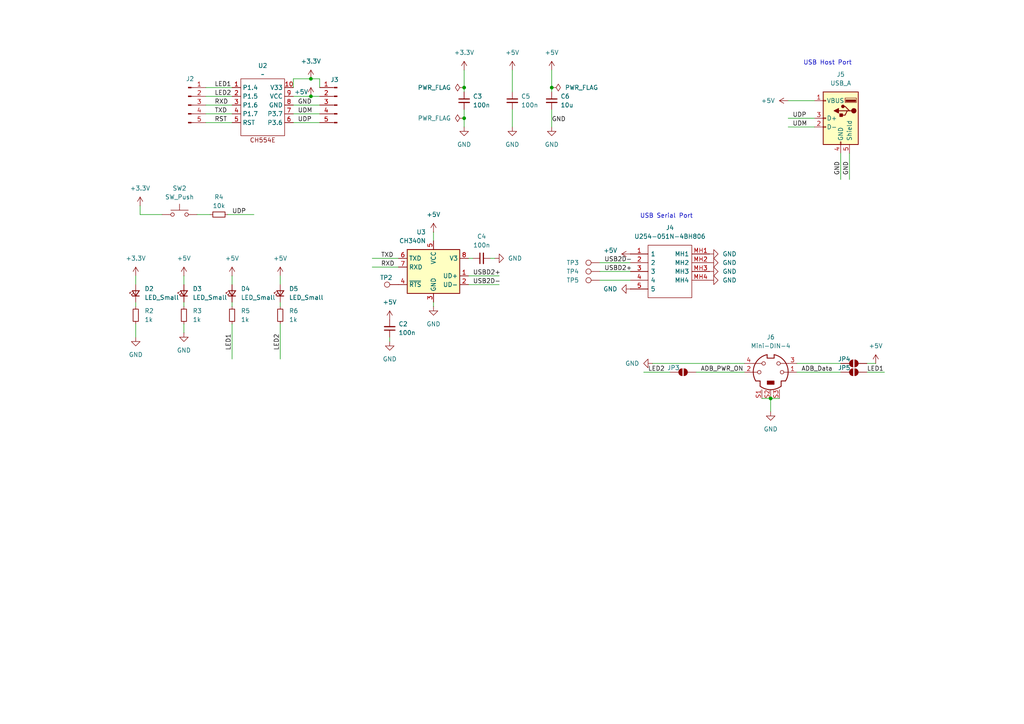
<source format=kicad_sch>
(kicad_sch (version 20231120) (generator "eeschema") (generator_version "8.0")
  (paper "A4")
  (lib_symbols
    (symbol "Connector:Conn_01x05_Pin" (pin_names (offset 1.016) hide)
      (property "Reference" "J" (at 0 7.62 0))
      (property "Value" "Conn_01x05_Pin" (at 0 -7.62 0))
      (symbol "Conn_01x05_Pin_1_1"
        (polyline (pts (xy 1.27 -5.08) (xy 0.8636 -5.08)) (stroke (width 0.1524)))
        (polyline (pts (xy 1.27 -2.54) (xy 0.8636 -2.54)) (stroke (width 0.1524)))
        (polyline (pts (xy 1.27 0) (xy 0.8636 0)) (stroke (width 0.1524)))
        (polyline (pts (xy 1.27 2.54) (xy 0.8636 2.54)) (stroke (width 0.1524)))
        (polyline (pts (xy 1.27 5.08) (xy 0.8636 5.08)) (stroke (width 0.1524)))
        (rectangle (start 0.8636 -4.953) (end 0 -5.207) (stroke (width 0.1524)) (fill (type outline)))
        (rectangle (start 0.8636 -2.413) (end 0 -2.667) (stroke (width 0.1524)) (fill (type outline)))
        (rectangle (start 0.8636 0.127) (end 0 -0.127) (stroke (width 0.1524)) (fill (type outline)))
        (rectangle (start 0.8636 2.667) (end 0 2.413) (stroke (width 0.1524)) (fill (type outline)))
        (rectangle (start 0.8636 5.207) (end 0 4.953) (stroke (width 0.1524)) (fill (type outline)))
        (pin passive line (at 5.08 5.08 180) (length 3.81) (name "Pin_1") (number "1"))
        (pin passive line (at 5.08 2.54 180) (length 3.81) (name "Pin_2") (number "2"))
        (pin passive line (at 5.08 0 180) (length 3.81) (name "Pin_3") (number "3"))
        (pin passive line (at 5.08 -2.54 180) (length 3.81) (name "Pin_4") (number "4"))
        (pin passive line (at 5.08 -5.08 180) (length 3.81) (name "Pin_5") (number "5"))
      )
    )
    (symbol "Connector:Mini-DIN-4" (pin_names (offset 1.016))
      (property "Reference" "J6" (at 0.0177 10.16 0))
      (property "Value" "Mini-DIN-4" (at 0.0177 7.62 0))
      (symbol "Mini-DIN-4_0_1"
        (circle (center -3.302 0) (radius 0.508))
        (arc (start -3.048 -4.064) (mid 0 -5.08) (end 3.048 -4.064) (stroke (width 0.254)))
        (circle (center -2.032 2.54) (radius 0.508))
        (rectangle (start -1.016 -2.54) (end 1.016 -3.556) (fill (type outline)))
        (arc (start -1.016 5.08) (mid -4.6228 2.1214) (end -4.318 -2.54) (stroke (width 0.254)))
        (polyline (pts (xy -3.81 0) (xy -5.08 0)))
        (polyline (pts (xy -2.54 2.54) (xy -5.08 2.54)))
        (polyline (pts (xy 2.794 2.54) (xy 5.08 2.54)))
        (polyline (pts (xy 5.08 0) (xy 3.81 0)))
        (polyline (pts (xy -4.318 -2.54) (xy -3.048 -2.54) (xy -3.048 -4.064)) (stroke (width 0.254)))
        (polyline (pts (xy 4.318 -2.54) (xy 3.048 -2.54) (xy 3.048 -4.064)) (stroke (width 0.254)))
        (polyline (pts (xy -1.016 5.08) (xy -1.016 4.064) (xy 1.016 4.064) (xy 1.016 5.08)) (stroke (width 0.254)))
        (circle (center 2.286 2.54) (radius 0.508))
        (circle (center 3.302 0) (radius 0.508))
        (arc (start 4.318 -2.54) (mid 4.6661 2.1322) (end 1.016 5.08) (stroke (width 0.254)))
      )
      (symbol "Mini-DIN-4_1_0"
        (pin passive line (at 0 -7.62 90) (length 2.54) (name "") (number "S2"))
        (pin passive line (at 2.54 -7.62 90) (length 2.54) (name "") (number "S3"))
      )
      (symbol "Mini-DIN-4_1_1"
        (pin passive line (at 7.62 0 180) (length 2.54) (name "~") (number "1"))
        (pin passive line (at -7.62 0 0) (length 2.54) (name "~") (number "2"))
        (pin passive line (at 7.62 2.54 180) (length 2.54) (name "~") (number "3"))
        (pin passive line (at -7.62 2.54 0) (length 2.54) (name "~") (number "4"))
        (pin passive line (at -2.54 -7.62 90) (length 2.54) (name "") (number "S1"))
      )
    )
    (symbol "Connector:TestPoint" (pin_numbers hide) (pin_names (offset 0.762) hide)
      (property "Reference" "TP" (at 0 6.858 0))
      (property "Value" "TestPoint" (at 0 5.08 0))
      (symbol "TestPoint_0_1"
        (circle (center 0 3.302) (radius 0.762))
      )
      (symbol "TestPoint_1_1"
        (pin passive line (at 0 0 90) (length 2.54) (name "1") (number "1"))
      )
    )
    (symbol "Connector:USB_A" (pin_names (offset 1.016))
      (property "Reference" "J" (at -5.08 11.43 0))
      (property "Value" "USB_A" (at -5.08 8.89 0))
      (symbol "USB_A_0_1"
        (rectangle (start -5.08 -7.62) (end 5.08 7.62) (stroke (width 0.254)) (fill (type background)))
        (circle (center -3.81 2.159) (radius 0.635) (stroke (width 0.254)) (fill (type outline)))
        (rectangle (start -1.524 4.826) (end -4.318 5.334) (fill (type outline)))
        (rectangle (start -1.27 4.572) (end -4.572 5.842))
        (circle (center -0.635 3.429) (radius 0.381) (stroke (width 0.254)) (fill (type outline)))
        (rectangle (start -0.127 -7.62) (end 0.127 -6.858))
        (polyline (pts (xy -3.175 2.159) (xy -2.54 2.159) (xy -1.27 3.429) (xy -0.635 3.429)) (stroke (width 0.254)))
        (polyline (pts (xy -2.54 2.159) (xy -1.905 2.159) (xy -1.27 0.889) (xy 0 0.889)) (stroke (width 0.254)))
        (polyline (pts (xy 0.635 2.794) (xy 0.635 1.524) (xy 1.905 2.159) (xy 0.635 2.794)) (stroke (width 0.254)) (fill (type outline)))
        (rectangle (start 0.254 1.27) (end -0.508 0.508) (stroke (width 0.254)) (fill (type outline)))
        (rectangle (start 5.08 -2.667) (end 4.318 -2.413))
        (rectangle (start 5.08 -0.127) (end 4.318 0.127))
        (rectangle (start 5.08 4.953) (end 4.318 5.207))
      )
      (symbol "USB_A_1_1"
        (polyline (pts (xy -1.905 2.159) (xy 0.635 2.159)) (stroke (width 0.254)))
        (pin power_in line (at 7.62 5.08 180) (length 2.54) (name "VBUS") (number "1"))
        (pin bidirectional line (at 7.62 -2.54 180) (length 2.54) (name "D-") (number "2"))
        (pin bidirectional line (at 7.62 0 180) (length 2.54) (name "D+") (number "3"))
        (pin power_in line (at 0 -10.16 90) (length 2.54) (name "GND") (number "4"))
        (pin passive line (at -2.54 -10.16 90) (length 2.54) (name "Shield") (number "5"))
      )
    )
    (symbol "Device:C_Small" (pin_numbers hide) (pin_names (offset 0.254) hide)
      (property "Reference" "C" (at 0.254 1.778 0))
      (property "Value" "C_Small" (at 0.254 -2.032 0))
      (symbol "C_Small_0_1"
        (polyline (pts (xy -1.524 -0.508) (xy 1.524 -0.508)) (stroke (width 0.3302)))
        (polyline (pts (xy -1.524 0.508) (xy 1.524 0.508)) (stroke (width 0.3048)))
      )
      (symbol "C_Small_1_1"
        (pin passive line (at 0 2.54 270) (length 2.032) (name "~") (number "1"))
        (pin passive line (at 0 -2.54 90) (length 2.032) (name "~") (number "2"))
      )
    )
    (symbol "Device:LED_Small" (pin_numbers hide) (pin_names (offset 0.254) hide)
      (property "Reference" "D" (at -1.27 3.175 0))
      (property "Value" "LED_Small" (at -4.445 -2.54 0))
      (symbol "LED_Small_0_1"
        (polyline (pts (xy -0.762 -1.016) (xy -0.762 1.016)) (stroke (width 0.254)))
        (polyline (pts (xy 1.016 0) (xy -0.762 0)))
        (polyline (pts (xy 0.762 -1.016) (xy -0.762 0) (xy 0.762 1.016) (xy 0.762 -1.016)) (stroke (width 0.254)))
        (polyline (pts (xy 0 0.762) (xy -0.508 1.27) (xy -0.254 1.27) (xy -0.508 1.27) (xy -0.508 1.016)))
        (polyline (pts (xy 0.508 1.27) (xy 0 1.778) (xy 0.254 1.778) (xy 0 1.778) (xy 0 1.524)))
      )
      (symbol "LED_Small_1_1"
        (pin passive line (at -2.54 0 0) (length 1.778) (name "K") (number "1"))
        (pin passive line (at 2.54 0 180) (length 1.778) (name "A") (number "2"))
      )
    )
    (symbol "Device:R_Small" (pin_numbers hide) (pin_names (offset 0.254) hide)
      (property "Reference" "R" (at 0.762 0.508 0))
      (property "Value" "R_Small" (at 0.762 -1.016 0))
      (symbol "R_Small_0_1"
        (rectangle (start -0.762 1.778) (end 0.762 -1.778) (stroke (width 0.2032)))
      )
      (symbol "R_Small_1_1"
        (pin passive line (at 0 2.54 270) (length 0.762) (name "~") (number "1"))
        (pin passive line (at 0 -2.54 90) (length 0.762) (name "~") (number "2"))
      )
    )
    (symbol "Interface_USB:CH340N"
      (property "Reference" "U" (at -7.62 6.35 0))
      (property "Value" "CH340N" (at 7.62 6.35 0))
      (symbol "CH340N_0_1"
        (rectangle (start -7.62 5.08) (end 7.62 -7.62) (stroke (width 0.254)) (fill (type background)))
      )
      (symbol "CH340N_1_1"
        (pin bidirectional line (at -10.16 -2.54 0) (length 2.54) (name "UD+") (number "1"))
        (pin bidirectional line (at -10.16 -5.08 0) (length 2.54) (name "UD-") (number "2"))
        (pin power_in line (at 0 -10.16 90) (length 2.54) (name "GND") (number "3"))
        (pin output line (at 10.16 -5.08 180) (length 2.54) (name "~{RTS}") (number "4"))
        (pin power_in line (at 0 7.62 270) (length 2.54) (name "VCC") (number "5"))
        (pin output line (at 10.16 2.54 180) (length 2.54) (name "TXD") (number "6"))
        (pin input line (at 10.16 0 180) (length 2.54) (name "RXD") (number "7"))
        (pin passive line (at -10.16 2.54 0) (length 2.54) (name "V3") (number "8"))
      )
    )
    (symbol "Jumper:SolderJumper_2_Open" (pin_numbers hide) (pin_names (offset 0) hide) (exclude_from_sim yes) (in_bom no)
      (property "Reference" "JP" (at 0 2.032 0))
      (property "Value" "SolderJumper_2_Open" (at 0 -2.54 0))
      (symbol "SolderJumper_2_Open_0_1"
        (arc (start -0.254 1.016) (mid -1.2656 0) (end -0.254 -1.016))
        (arc (start -0.254 1.016) (mid -1.2656 0) (end -0.254 -1.016) (fill (type outline)))
        (polyline (pts (xy -0.254 1.016) (xy -0.254 -1.016)))
        (polyline (pts (xy 0.254 1.016) (xy 0.254 -1.016)))
        (arc (start 0.254 -1.016) (mid 1.2656 0) (end 0.254 1.016))
        (arc (start 0.254 -1.016) (mid 1.2656 0) (end 0.254 1.016) (fill (type outline)))
      )
      (symbol "SolderJumper_2_Open_1_1"
        (pin passive line (at -3.81 0 0) (length 2.54) (name "A") (number "1"))
        (pin passive line (at 3.81 0 180) (length 2.54) (name "B") (number "2"))
      )
    )
    (symbol "SamacSys_Parts:U254-051N-4BH806" (pin_names (offset 0.762))
      (property "Reference" "J" (at 19.05 7.62 0))
      (property "Value" "U254-051N-4BH806" (at 19.05 5.08 0))
      (symbol "U254-051N-4BH806_0_0"
        (pin passive line (at 0 0 0) (length 5.08) (name "1") (number "1"))
        (pin passive line (at 0 -2.54 0) (length 5.08) (name "2") (number "2"))
        (pin passive line (at 0 -5.08 0) (length 5.08) (name "3") (number "3"))
        (pin passive line (at 0 -7.62 0) (length 5.08) (name "4") (number "4"))
        (pin passive line (at 0 -10.16 0) (length 5.08) (name "5") (number "5"))
        (pin passive line (at 22.86 0 180) (length 5.08) (name "MH1") (number "MH1"))
        (pin passive line (at 22.86 -2.54 180) (length 5.08) (name "MH2") (number "MH2"))
        (pin passive line (at 22.86 -5.08 180) (length 5.08) (name "MH3") (number "MH3"))
        (pin passive line (at 22.86 -7.62 180) (length 5.08) (name "MH4") (number "MH4"))
      )
      (symbol "U254-051N-4BH806_0_1"
        (polyline (pts (xy 5.08 2.54) (xy 17.78 2.54) (xy 17.78 -12.7) (xy 5.08 -12.7) (xy 5.08 2.54)) (stroke (width 0.1524)))
      )
    )
    (symbol "Switch:SW_Push" (pin_numbers hide) (pin_names (offset 1.016) hide)
      (property "Reference" "SW" (at 1.27 2.54 0))
      (property "Value" "SW_Push" (at 0 -1.524 0))
      (symbol "SW_Push_0_1"
        (circle (center -2.032 0) (radius 0.508))
        (polyline (pts (xy 0 1.27) (xy 0 3.048)))
        (polyline (pts (xy 2.54 1.27) (xy -2.54 1.27)))
        (circle (center 2.032 0) (radius 0.508))
        (pin passive line (at -5.08 0 0) (length 2.54) (name "1") (number "1"))
        (pin passive line (at 5.08 0 180) (length 2.54) (name "2") (number "2"))
      )
    )
    (symbol "ch554_lib:CH554E"
      (property "Reference" "U" (at -4.572 8.636 0))
      (symbol "CH554E_0_1"
        (rectangle (start -6.35 7.62) (end 6.35 -8.89))
      )
      (symbol "CH554E_1_1"
        (text "CH554E" (at 0 -10.16 0) (effects (font (size 1.27 1.27))))
        (pin bidirectional line (at -8.89 5.08 0) (length 2.54) (name "P1.4") (number "1"))
        (pin power_in line (at 8.89 5.08 180) (length 2.54) (name "V33") (number "10"))
        (pin bidirectional line (at -8.89 2.54 0) (length 2.54) (name "P1.5") (number "2"))
        (pin bidirectional line (at -8.89 0 0) (length 2.54) (name "P1.6") (number "3"))
        (pin bidirectional line (at -8.89 -2.54 0) (length 2.54) (name "P1.7") (number "4"))
        (pin input line (at -8.89 -5.08 0) (length 2.54) (name "RST") (number "5"))
        (pin bidirectional line (at 8.89 -5.08 180) (length 2.54) (name "P3.6") (number "6"))
        (pin bidirectional line (at 8.89 -2.54 180) (length 2.54) (name "P3.7") (number "7"))
        (pin power_in line (at 8.89 0 180) (length 2.54) (name "GND") (number "8"))
        (pin power_in line (at 8.89 2.54 180) (length 2.54) (name "VCC") (number "9"))
      )
    )
    (symbol "power:+3.3V" (power) (pin_numbers hide) (pin_names (offset 0) hide)
      (property "Value" "+3.3V" (at 0 3.556 0))
      (symbol "+3.3V_0_1"
        (polyline (pts (xy -0.762 1.27) (xy 0 2.54)))
        (polyline (pts (xy 0 0) (xy 0 2.54)))
        (polyline (pts (xy 0 2.54) (xy 0.762 1.27)))
      )
      (symbol "+3.3V_1_1"
        (pin power_in line (at 0 0 90) (length 0) (name "~") (number "1"))
      )
    )
    (symbol "power:+5V" (power) (pin_numbers hide) (pin_names (offset 0) hide)
      (property "Value" "+5V" (at 0 3.556 0))
      (symbol "+5V_0_1"
        (polyline (pts (xy -0.762 1.27) (xy 0 2.54)))
        (polyline (pts (xy 0 0) (xy 0 2.54)))
        (polyline (pts (xy 0 2.54) (xy 0.762 1.27)))
      )
      (symbol "+5V_1_1"
        (pin power_in line (at 0 0 90) (length 0) (name "~") (number "1"))
      )
    )
    (symbol "power:GND" (power) (pin_numbers hide) (pin_names (offset 0) hide)
      (property "Value" "GND" (at 0 -3.81 0))
      (symbol "GND_0_1"
        (polyline (pts (xy 0 0) (xy 0 -1.27) (xy 1.27 -1.27) (xy 0 -2.54) (xy -1.27 -1.27) (xy 0 -1.27)))
      )
      (symbol "GND_1_1"
        (pin power_in line (at 0 0 270) (length 0) (name "~") (number "1"))
      )
    )
    (symbol "power:PWR_FLAG" (power) (pin_numbers hide) (pin_names (offset 0) hide)
      (property "Value" "PWR_FLAG" (at 0 3.81 0))
      (symbol "PWR_FLAG_0_0"
        (pin power_out line (at 0 0 90) (length 0) (name "~") (number "1"))
      )
      (symbol "PWR_FLAG_0_1"
        (polyline (pts (xy 0 0) (xy 0 1.27) (xy -1.016 1.905) (xy 0 2.54) (xy 1.016 1.905) (xy 0 1.27)))
      )
    )
  )
  (junction (at 90.17 22.86))
  (junction (at 223.52 115.57))
  (junction (at 90.17 27.94))
  (junction (at 134.62 34.29))
  (junction (at 160.02 25.4))
  (junction (at 134.62 25.4))
  (wire (pts (xy 107.95 74.93) (xy 115.57 74.93)))
  (wire (pts (xy 134.62 34.29) (xy 134.62 36.83)))
  (wire (pts (xy 85.09 33.02) (xy 92.71 33.02)))
  (wire (pts (xy 243.84 52.07) (xy 243.84 44.45)))
  (wire (pts (xy 39.37 93.98) (xy 39.37 97.79)))
  (wire (pts (xy 135.89 82.55) (xy 144.78 82.55)))
  (wire (pts (xy 40.64 59.69) (xy 40.64 62.23)))
  (wire (pts (xy 135.89 80.01) (xy 144.78 80.01)))
  (wire (pts (xy 81.28 87.63) (xy 81.28 88.9)))
  (wire (pts (xy 228.6 36.83) (xy 236.22 36.83)))
  (wire (pts (xy 220.98 115.57) (xy 223.52 115.57)))
  (wire (pts (xy 59.69 27.94) (xy 67.31 27.94)))
  (wire (pts (xy 160.02 31.75) (xy 160.02 36.83)))
  (wire (pts (xy 81.28 80.01) (xy 81.28 82.55)))
  (wire (pts (xy 228.6 34.29) (xy 236.22 34.29)))
  (wire (pts (xy 59.69 33.02) (xy 67.31 33.02)))
  (wire (pts (xy 223.52 115.57) (xy 223.52 119.38)))
  (wire (pts (xy 134.62 25.4) (xy 134.62 26.67)))
  (wire (pts (xy 251.46 107.95) (xy 256.54 107.95)))
  (wire (pts (xy 39.37 87.63) (xy 39.37 88.9)))
  (wire (pts (xy 66.04 62.23) (xy 73.66 62.23)))
  (wire (pts (xy 231.14 107.95) (xy 243.84 107.95)))
  (wire (pts (xy 142.24 74.93) (xy 143.51 74.93)))
  (wire (pts (xy 113.03 97.79) (xy 113.03 99.06)))
  (wire (pts (xy 173.99 81.28) (xy 182.88 81.28)))
  (wire (pts (xy 57.15 62.23) (xy 60.96 62.23)))
  (wire (pts (xy 246.38 52.07) (xy 246.38 44.45)))
  (wire (pts (xy 67.31 87.63) (xy 67.31 88.9)))
  (wire (pts (xy 186.69 107.95) (xy 194.31 107.95)))
  (wire (pts (xy 81.28 93.98) (xy 81.28 104.14)))
  (wire (pts (xy 173.99 76.2) (xy 182.88 76.2)))
  (wire (pts (xy 125.73 67.31) (xy 125.73 69.85)))
  (wire (pts (xy 53.34 93.98) (xy 53.34 96.52)))
  (wire (pts (xy 134.62 31.75) (xy 134.62 34.29)))
  (wire (pts (xy 85.09 25.4) (xy 85.09 22.86)))
  (wire (pts (xy 251.46 105.41) (xy 254 105.41)))
  (wire (pts (xy 107.95 77.47) (xy 115.57 77.47)))
  (wire (pts (xy 231.14 105.41) (xy 243.84 105.41)))
  (wire (pts (xy 85.09 27.94) (xy 90.17 27.94)))
  (wire (pts (xy 223.52 115.57) (xy 226.06 115.57)))
  (wire (pts (xy 173.99 78.74) (xy 182.88 78.74)))
  (wire (pts (xy 228.6 29.21) (xy 236.22 29.21)))
  (wire (pts (xy 160.02 25.4) (xy 160.02 26.67)))
  (wire (pts (xy 85.09 35.56) (xy 92.71 35.56)))
  (wire (pts (xy 125.73 87.63) (xy 125.73 88.9)))
  (wire (pts (xy 53.34 80.01) (xy 53.34 82.55)))
  (wire (pts (xy 39.37 80.01) (xy 39.37 82.55)))
  (wire (pts (xy 135.89 74.93) (xy 137.16 74.93)))
  (wire (pts (xy 148.59 31.75) (xy 148.59 36.83)))
  (wire (pts (xy 59.69 35.56) (xy 67.31 35.56)))
  (wire (pts (xy 92.71 25.4) (xy 92.71 22.86)))
  (wire (pts (xy 67.31 80.01) (xy 67.31 82.55)))
  (wire (pts (xy 90.17 22.86) (xy 92.71 22.86)))
  (wire (pts (xy 85.09 22.86) (xy 90.17 22.86)))
  (wire (pts (xy 59.69 25.4) (xy 67.31 25.4)))
  (wire (pts (xy 59.69 30.48) (xy 67.31 30.48)))
  (wire (pts (xy 201.93 107.95) (xy 215.9 107.95)))
  (wire (pts (xy 160.02 20.32) (xy 160.02 25.4)))
  (wire (pts (xy 53.34 87.63) (xy 53.34 88.9)))
  (wire (pts (xy 90.17 27.94) (xy 92.71 27.94)))
  (wire (pts (xy 134.62 20.32) (xy 134.62 25.4)))
  (wire (pts (xy 40.64 62.23) (xy 46.99 62.23)))
  (wire (pts (xy 67.31 93.98) (xy 67.31 104.14)))
  (wire (pts (xy 85.09 30.48) (xy 92.71 30.48)))
  (wire (pts (xy 189.23 105.41) (xy 215.9 105.41)))
  (wire (pts (xy 148.59 20.32) (xy 148.59 26.67)))
  (text "USB Host Port" (at 240.03 18.288 0) (effects (font (size 1.27 1.27))))
  (text "USB Serial Port" (at 193.294 62.738 0) (effects (font (size 1.27 1.27))))
  (label "USBD2+" (at 175.26 78.74 0))
  (label "USB2D-" (at 137.16 82.55 0))
  (label "LED2" (at 62.23 27.94 0))
  (label "RXD" (at 110.49 77.47 0))
  (label "ADB_Data" (at 232.41 107.95 0))
  (label "TXD" (at 110.49 74.93 0))
  (label "USBD2+" (at 137.16 80.01 0))
  (label "UDP" (at 229.87 34.29 0))
  (label "TXD" (at 62.23 33.02 0))
  (label "GND" (at 243.84 50.8 90))
  (label "LED2" (at 81.28 101.6 90))
  (label "UDP" (at 67.31 62.23 0))
  (label "GND" (at 160.02 35.56 0))
  (label "UDP" (at 86.36 35.56 0))
  (label "LED1" (at 251.46 107.95 0))
  (label "RXD" (at 62.23 30.48 0))
  (label "LED1" (at 62.23 25.4 0))
  (label "LED1" (at 67.31 101.6 90))
  (label "UDM" (at 229.87 36.83 0))
  (label "GND" (at 246.38 50.8 90))
  (label "USB2D-" (at 175.26 76.2 0))
  (label "GND" (at 86.36 30.48 0))
  (label "RST" (at 62.23 35.56 0))
  (label "ADB_PWR_ON" (at 203.2 107.95 0))
  (label "UDM" (at 86.36 33.02 0))
  (label "LED2" (at 187.96 107.95 0))
  (symbol (lib_id "Connector:TestPoint") (at 173.99 81.28 90) (unit 1)
    (property "Reference" "TP5" (at 166.116 81.28 90))
    (property "Value" "TestPoint" (effects (hide yes)))
    (property "Footprint" "TestPoint:TestPoint_Pad_D1.0mm" (effects (hide yes)))
    (property "Description" "test point" (effects (hide yes)))
  )
  (symbol (lib_id "Jumper:SolderJumper_2_Open") (at 198.12 107.95 0) (unit 1) (exclude_from_sim yes) (in_bom no)
    (property "Reference" "JP3" (at 195.326 106.68 0))
    (property "Value" "SolderJumper_2_Open" (effects (hide yes)))
    (property "Footprint" "Jumper:SolderJumper-2_P1.3mm_Open_RoundedPad1.0x1.5mm" (effects (hide yes)))
    (property "Description" "Solder Jumper, 2-pole, open" (effects (hide yes)))
  )
  (symbol (lib_id "power:+5V") (at 182.88 73.66 90) (unit 1)
    (property "Reference" "#PWR020" (effects (hide yes)))
    (property "Value" "+5V" (at 179.07 72.644 90) (effects (justify left)))
    (property "Description" "Power symbol creates a global label with name \"+5V\"" (effects (hide yes)))
  )
  (symbol (lib_id "power:PWR_FLAG") (at 134.62 25.4 90) (unit 1)
    (property "Reference" "#FLG02" (effects (hide yes)))
    (property "Value" "PWR_FLAG" (at 130.81 25.3999 90) (effects (justify left)))
    (property "Description" "Special symbol for telling ERC where power comes from" (effects (hide yes)))
  )
  (symbol (lib_id "Interface_USB:CH340N") (at 125.73 77.47 0) (mirror y) (unit 1)
    (property "Reference" "U3" (at 123.5359 67.31 0) (effects (justify left)))
    (property "Value" "CH340N" (at 123.5359 69.85 0) (effects (justify left)))
    (property "Footprint" "Package_SO:SOP-8_3.9x4.9mm_P1.27mm" (effects (hide yes)))
    (property "Datasheet" "https://aitendo3.sakura.ne.jp/aitendo_data/product_img/ic/inteface/CH340N/ch340n.pdf" (effects (hide yes)))
    (property "Description" "USB serial converter, 2Mbps, UART, SOP-8" (effects (hide yes)))
    (property "LCSC" "C2977777" (effects (hide yes)))
  )
  (symbol (lib_id "power:GND") (at 205.74 76.2 90) (unit 1)
    (property "Reference" "#PWR024" (effects (hide yes)))
    (property "Value" "GND" (at 209.55 76.1999 90) (effects (justify right)))
    (property "Description" "Power symbol creates a global label with name \"GND\" , ground" (effects (hide yes)))
  )
  (symbol (lib_id "power:+5V") (at 90.17 27.94 0) (unit 1)
    (property "Reference" "#PWR029" (effects (hide yes)))
    (property "Value" "+5V" (at 87.376 26.67 0))
    (property "Description" "Power symbol creates a global label with name \"+5V\"" (effects (hide yes)))
  )
  (symbol (lib_id "power:GND") (at 205.74 78.74 90) (unit 1)
    (property "Reference" "#PWR023" (effects (hide yes)))
    (property "Value" "GND" (at 209.55 78.7399 90) (effects (justify right)))
    (property "Description" "Power symbol creates a global label with name \"GND\" , ground" (effects (hide yes)))
  )
  (symbol (lib_id "power:GND") (at 143.51 74.93 90) (unit 1)
    (property "Reference" "#PWR015" (effects (hide yes)))
    (property "Value" "GND" (at 147.32 74.9299 90) (effects (justify right)))
    (property "Description" "Power symbol creates a global label with name \"GND\" , ground" (effects (hide yes)))
  )
  (symbol (lib_id "power:+5V") (at 148.59 20.32 0) (unit 1)
    (property "Reference" "#PWR016" (effects (hide yes)))
    (property "Value" "+5V" (at 148.59 15.24 0))
    (property "Description" "Power symbol creates a global label with name \"+5V\"" (effects (hide yes)))
  )
  (symbol (lib_id "Device:LED_Small") (at 53.34 85.09 90) (unit 1)
    (property "Reference" "D3" (at 55.88 83.7564 90) (effects (justify right)))
    (property "Value" "LED_Small" (at 55.88 86.2964 90) (effects (justify right)))
    (property "Footprint" "LED_SMD:LED_0603_1608Metric_Pad1.05x0.95mm_HandSolder" (effects (hide yes)))
    (property "Description" "Light emitting diode, small symbol" (effects (hide yes)))
    (property "LCSC" "C2286" (effects (hide yes)))
  )
  (symbol (lib_id "Device:R_Small") (at 67.31 91.44 0) (unit 1)
    (property "Reference" "R5" (at 69.85 90.1699 0) (effects (justify left)))
    (property "Value" "1k" (at 69.85 92.7099 0) (effects (justify left)))
    (property "Footprint" "Resistor_SMD:R_0805_2012Metric_Pad1.20x1.40mm_HandSolder" (effects (hide yes)))
    (property "Description" "Resistor, small symbol" (effects (hide yes)))
    (property "LCSC" "C17513" (effects (hide yes)))
  )
  (symbol (lib_id "Device:R_Small") (at 63.5 62.23 90) (unit 1)
    (property "Reference" "R4" (at 63.5 57.15 90))
    (property "Value" "10k" (at 63.5 59.69 90))
    (property "Footprint" "Resistor_SMD:R_0805_2012Metric_Pad1.20x1.40mm_HandSolder" (effects (hide yes)))
    (property "Description" "Resistor, small symbol" (effects (hide yes)))
    (property "LCSC" "C17414" (effects (hide yes)))
  )
  (symbol (lib_id "Jumper:SolderJumper_2_Open") (at 247.65 105.41 0) (unit 1) (exclude_from_sim yes) (in_bom no)
    (property "Reference" "JP4" (at 244.856 104.14 0))
    (property "Value" "SolderJumper_2_Open" (effects (hide yes)))
    (property "Footprint" "Jumper:SolderJumper-2_P1.3mm_Open_RoundedPad1.0x1.5mm" (effects (hide yes)))
    (property "Description" "Solder Jumper, 2-pole, open" (effects (hide yes)))
  )
  (symbol (lib_id "Connector:USB_A") (at 243.84 34.29 0) (mirror y) (unit 1)
    (property "Reference" "J5" (at 243.84 21.59 0))
    (property "Value" "USB_A" (at 243.84 24.13 0))
    (property "Footprint" "Connector_USB:USB_A_Molex_67643_Horizontal" (effects (hide yes)))
    (property "Datasheet" " ~" (effects (hide yes)))
    (property "Description" "USB Type A connector" (effects (hide yes)))
    (property "LCSC" "C2346" (effects (hide yes)))
  )
  (symbol (lib_id "Device:C_Small") (at 148.59 29.21 0) (unit 1)
    (property "Reference" "C5" (at 151.13 27.9462 0) (effects (justify left)))
    (property "Value" "100n" (at 151.13 30.4862 0) (effects (justify left)))
    (property "Footprint" "Capacitor_SMD:C_0805_2012Metric_Pad1.18x1.45mm_HandSolder" (effects (hide yes)))
    (property "Description" "Unpolarized capacitor, small symbol" (effects (hide yes)))
    (property "LCSC" "C49678" (effects (hide yes)))
  )
  (symbol (lib_id "Device:R_Small") (at 39.37 91.44 0) (unit 1)
    (property "Reference" "R2" (at 41.91 90.1699 0) (effects (justify left)))
    (property "Value" "1k" (at 41.91 92.7099 0) (effects (justify left)))
    (property "Footprint" "Resistor_SMD:R_0805_2012Metric_Pad1.20x1.40mm_HandSolder" (effects (hide yes)))
    (property "Description" "Resistor, small symbol" (effects (hide yes)))
    (property "LCSC" "C17513" (effects (hide yes)))
  )
  (symbol (lib_id "power:+5V") (at 254 105.41 0) (unit 1)
    (property "Reference" "#PWR027" (effects (hide yes)))
    (property "Value" "+5V" (at 254 100.33 0))
    (property "Description" "Power symbol creates a global label with name \"+5V\"" (effects (hide yes)))
  )
  (symbol (lib_id "Device:LED_Small") (at 81.28 85.09 90) (unit 1)
    (property "Reference" "D5" (at 83.82 83.7564 90) (effects (justify right)))
    (property "Value" "LED_Small" (at 83.82 86.2964 90) (effects (justify right)))
    (property "Footprint" "LED_SMD:LED_0603_1608Metric_Pad1.05x0.95mm_HandSolder" (effects (hide yes)))
    (property "Description" "Light emitting diode, small symbol" (effects (hide yes)))
    (property "LCSC" "C2286" (effects (hide yes)))
  )
  (symbol (lib_id "power:PWR_FLAG") (at 160.02 25.4 270) (unit 1)
    (property "Reference" "#FLG03" (effects (hide yes)))
    (property "Value" "PWR_FLAG" (at 163.83 25.3999 90) (effects (justify left)))
    (property "Description" "Special symbol for telling ERC where power comes from" (effects (hide yes)))
  )
  (symbol (lib_id "power:+3.3V") (at 134.62 20.32 0) (unit 1)
    (property "Reference" "#PWR013" (effects (hide yes)))
    (property "Value" "+3.3V" (at 134.62 15.24 0))
    (property "Description" "Power symbol creates a global label with name \"+3.3V\"" (effects (hide yes)))
  )
  (symbol (lib_id "Jumper:SolderJumper_2_Open") (at 247.65 107.95 0) (unit 1) (exclude_from_sim yes) (in_bom no)
    (property "Reference" "JP5" (at 244.856 106.68 0))
    (property "Value" "SolderJumper_2_Open" (effects (hide yes)))
    (property "Footprint" "Jumper:SolderJumper-2_P1.3mm_Open_RoundedPad1.0x1.5mm" (effects (hide yes)))
    (property "Description" "Solder Jumper, 2-pole, open" (effects (hide yes)))
  )
  (symbol (lib_id "power:GND") (at 182.88 83.82 270) (unit 1)
    (property "Reference" "#PWR021" (effects (hide yes)))
    (property "Value" "GND" (at 179.07 83.8199 90) (effects (justify right)))
    (property "Description" "Power symbol creates a global label with name \"GND\" , ground" (effects (hide yes)))
  )
  (symbol (lib_id "power:+3.3V") (at 40.64 59.69 0) (unit 1)
    (property "Reference" "#PWR04" (effects (hide yes)))
    (property "Value" "+3.3V" (at 40.64 54.61 0))
    (property "Description" "Power symbol creates a global label with name \"+3.3V\"" (effects (hide yes)))
  )
  (symbol (lib_id "Connector:TestPoint") (at 173.99 78.74 90) (unit 1)
    (property "Reference" "TP4" (at 166.116 78.74 90))
    (property "Value" "TestPoint" (effects (hide yes)))
    (property "Footprint" "TestPoint:TestPoint_Pad_D1.0mm" (effects (hide yes)))
    (property "Description" "test point" (effects (hide yes)))
  )
  (symbol (lib_id "power:+5V") (at 81.28 80.01 0) (unit 1)
    (property "Reference" "#PWR08" (effects (hide yes)))
    (property "Value" "+5V" (at 81.28 74.93 0))
    (property "Description" "Power symbol creates a global label with name \"+5V\"" (effects (hide yes)))
  )
  (symbol (lib_id "Device:LED_Small") (at 39.37 85.09 90) (unit 1)
    (property "Reference" "D2" (at 41.91 83.7564 90) (effects (justify right)))
    (property "Value" "LED_Small" (at 41.91 86.2964 90) (effects (justify right)))
    (property "Footprint" "LED_SMD:LED_0603_1608Metric_Pad1.05x0.95mm_HandSolder" (effects (hide yes)))
    (property "Description" "Light emitting diode, small symbol" (effects (hide yes)))
    (property "LCSC" "C2286" (effects (hide yes)))
  )
  (symbol (lib_id "ch554_lib:CH554E") (at 76.2 30.48 0) (unit 1)
    (property "Reference" "U2" (at 76.2 19.05 0))
    (property "Value" "~" (at 76.2 21.59 0))
    (property "Footprint" "Package_SO:MSOP-10_3x3mm_P0.5mm" (effects (hide yes)))
    (property "Datasheet" "https://wmsc.lcsc.com/wmsc/upload/file/pdf/v2/lcsc/2403131114_WCH-Jiangsu-Qin-Heng-CH554E_C111293.pdf" (effects (hide yes)))
    (property "Description" "CH554E Microcontroller" (effects (hide yes)))
    (property "LCSC" "C111293" (effects (hide yes)))
  )
  (symbol (lib_id "power:GND") (at 125.73 88.9 0) (unit 1)
    (property "Reference" "#PWR012" (effects (hide yes)))
    (property "Value" "GND" (at 125.73 93.98 0))
    (property "Description" "Power symbol creates a global label with name \"GND\" , ground" (effects (hide yes)))
  )
  (symbol (lib_id "power:GND") (at 134.62 36.83 0) (unit 1)
    (property "Reference" "#PWR014" (effects (hide yes)))
    (property "Value" "GND" (at 134.62 41.91 0))
    (property "Description" "Power symbol creates a global label with name \"GND\" , ground" (effects (hide yes)))
  )
  (symbol (lib_id "power:GND") (at 39.37 97.79 0) (unit 1)
    (property "Reference" "#PWR03" (effects (hide yes)))
    (property "Value" "GND" (at 39.37 102.87 0))
    (property "Description" "Power symbol creates a global label with name \"GND\" , ground" (effects (hide yes)))
  )
  (symbol (lib_id "power:GND") (at 205.74 81.28 90) (unit 1)
    (property "Reference" "#PWR022" (effects (hide yes)))
    (property "Value" "GND" (at 209.55 81.2799 90) (effects (justify right)))
    (property "Description" "Power symbol creates a global label with name \"GND\" , ground" (effects (hide yes)))
  )
  (symbol (lib_id "Switch:SW_Push") (at 52.07 62.23 0) (unit 1)
    (property "Reference" "SW2" (at 52.07 54.61 0))
    (property "Value" "SW_Push" (at 52.07 57.15 0))
    (property "Footprint" "Button_Switch_SMD:SW_Push_1P1T_XKB_TS-1187A" (effects (hide yes)))
    (property "Description" "Push button switch, generic, two pins" (effects (hide yes)))
    (property "LCSC" "C318884" (effects (hide yes)))
  )
  (symbol (lib_id "power:+5V") (at 53.34 80.01 0) (unit 1)
    (property "Reference" "#PWR05" (effects (hide yes)))
    (property "Value" "+5V" (at 53.34 74.93 0))
    (property "Description" "Power symbol creates a global label with name \"+5V\"" (effects (hide yes)))
  )
  (symbol (lib_id "power:+3.3V") (at 90.17 22.86 0) (unit 1)
    (property "Reference" "#PWR028" (effects (hide yes)))
    (property "Value" "+3.3V" (at 90.17 17.78 0))
    (property "Description" "Power symbol creates a global label with name \"+3.3V\"" (effects (hide yes)))
  )
  (symbol (lib_id "Device:R_Small") (at 81.28 91.44 0) (unit 1)
    (property "Reference" "R6" (at 83.82 90.1699 0) (effects (justify left)))
    (property "Value" "1k" (at 83.82 92.7099 0) (effects (justify left)))
    (property "Footprint" "Resistor_SMD:R_0805_2012Metric_Pad1.20x1.40mm_HandSolder" (effects (hide yes)))
    (property "Description" "Resistor, small symbol" (effects (hide yes)))
    (property "LCSC" "C17513" (effects (hide yes)))
  )
  (symbol (lib_id "Device:LED_Small") (at 67.31 85.09 90) (unit 1)
    (property "Reference" "D4" (at 69.85 83.7564 90) (effects (justify right)))
    (property "Value" "LED_Small" (at 69.85 86.2964 90) (effects (justify right)))
    (property "Footprint" "LED_SMD:LED_0603_1608Metric_Pad1.05x0.95mm_HandSolder" (effects (hide yes)))
    (property "Description" "Light emitting diode, small symbol" (effects (hide yes)))
    (property "LCSC" "C2286" (effects (hide yes)))
  )
  (symbol (lib_id "Device:C_Small") (at 160.02 29.21 0) (unit 1)
    (property "Reference" "C6" (at 162.56 27.9462 0) (effects (justify left)))
    (property "Value" "10u" (at 162.56 30.4862 0) (effects (justify left)))
    (property "Footprint" "Capacitor_SMD:C_0603_1608Metric_Pad1.08x0.95mm_HandSolder" (effects (hide yes)))
    (property "Description" "Unpolarized capacitor, small symbol" (effects (hide yes)))
    (property "LCSC" "C2909630" (effects (hide yes)))
  )
  (symbol (lib_id "Device:C_Small") (at 139.7 74.93 90) (unit 1)
    (property "Reference" "C4" (at 139.7063 68.58 90))
    (property "Value" "100n" (at 139.7063 71.12 90))
    (property "Footprint" "Capacitor_SMD:C_0805_2012Metric_Pad1.18x1.45mm_HandSolder" (effects (hide yes)))
    (property "Description" "Unpolarized capacitor, small symbol" (effects (hide yes)))
    (property "LCSC" "C49678" (effects (hide yes)))
  )
  (symbol (lib_id "power:+5V") (at 228.6 29.21 90) (unit 1)
    (property "Reference" "#PWR030" (effects (hide yes)))
    (property "Value" "+5V" (at 224.79 29.2099 90) (effects (justify left)))
    (property "Description" "Power symbol creates a global label with name \"+5V\"" (effects (hide yes)))
  )
  (symbol (lib_id "power:PWR_FLAG") (at 134.62 34.29 90) (unit 1)
    (property "Reference" "#FLG04" (effects (hide yes)))
    (property "Value" "PWR_FLAG" (at 130.81 34.2899 90) (effects (justify left)))
    (property "Description" "Special symbol for telling ERC where power comes from" (effects (hide yes)))
  )
  (symbol (lib_id "Connector:TestPoint") (at 115.57 82.55 90) (unit 1)
    (property "Reference" "TP2" (at 112.014 80.518 90))
    (property "Value" "TestPoint" (effects (hide yes)))
    (property "Footprint" "TestPoint:TestPoint_Pad_D1.0mm" (effects (hide yes)))
    (property "Description" "test point" (effects (hide yes)))
  )
  (symbol (lib_id "power:GND") (at 113.03 99.06 0) (unit 1)
    (property "Reference" "#PWR010" (effects (hide yes)))
    (property "Value" "GND" (at 113.03 104.14 0))
    (property "Description" "Power symbol creates a global label with name \"GND\" , ground" (effects (hide yes)))
  )
  (symbol (lib_id "power:+5V") (at 113.03 92.71 0) (unit 1)
    (property "Reference" "#PWR09" (effects (hide yes)))
    (property "Value" "+5V" (at 113.03 87.63 0))
    (property "Description" "Power symbol creates a global label with name \"+5V\"" (effects (hide yes)))
  )
  (symbol (lib_id "power:GND") (at 53.34 96.52 0) (unit 1)
    (property "Reference" "#PWR06" (effects (hide yes)))
    (property "Value" "GND" (at 53.34 101.6 0))
    (property "Description" "Power symbol creates a global label with name \"GND\" , ground" (effects (hide yes)))
  )
  (symbol (lib_id "power:GND") (at 205.74 73.66 90) (unit 1)
    (property "Reference" "#PWR025" (effects (hide yes)))
    (property "Value" "GND" (at 209.55 73.6599 90) (effects (justify right)))
    (property "Description" "Power symbol creates a global label with name \"GND\" , ground" (effects (hide yes)))
  )
  (symbol (lib_id "power:GND") (at 148.59 36.83 0) (unit 1)
    (property "Reference" "#PWR017" (effects (hide yes)))
    (property "Value" "GND" (at 148.59 41.91 0))
    (property "Description" "Power symbol creates a global label with name \"GND\" , ground" (effects (hide yes)))
  )
  (symbol (lib_id "power:GND") (at 189.23 105.41 270) (unit 1)
    (property "Reference" "#PWR026" (effects (hide yes)))
    (property "Value" "GND" (at 185.42 105.4099 90) (effects (justify right)))
    (property "Description" "Power symbol creates a global label with name \"GND\" , ground" (effects (hide yes)))
  )
  (symbol (lib_id "Connector:Conn_01x05_Pin") (at 97.79 30.48 0) (mirror y) (unit 1)
    (property "Reference" "J3" (at 97.028 23.114 0))
    (property "Value" "Conn_01x05_Pin" (effects (hide yes)))
    (property "Footprint" "Connector_PinHeader_2.54mm:PinHeader_1x05_P2.54mm_Vertical" (effects (hide yes)))
    (property "Description" "Generic connector, single row, 01x05, script generated" (effects (hide yes)))
  )
  (symbol (lib_id "power:+5V") (at 67.31 80.01 0) (unit 1)
    (property "Reference" "#PWR07" (effects (hide yes)))
    (property "Value" "+5V" (at 67.31 74.93 0))
    (property "Description" "Power symbol creates a global label with name \"+5V\"" (effects (hide yes)))
  )
  (symbol (lib_id "power:+5V") (at 125.73 67.31 0) (unit 1)
    (property "Reference" "#PWR011" (effects (hide yes)))
    (property "Value" "+5V" (at 125.73 62.23 0))
    (property "Description" "Power symbol creates a global label with name \"+5V\"" (effects (hide yes)))
  )
  (symbol (lib_id "SamacSys_Parts:U254-051N-4BH806") (at 182.88 73.66 0) (unit 1)
    (property "Reference" "J4" (at 194.31 66.04 0))
    (property "Value" "U254-051N-4BH806" (at 194.31 68.58 0))
    (property "Footprint" "U254051N4BH806" (effects (hide yes)))
    (property "Datasheet" "https://datasheet.lcsc.com/szlcsc/XKB-U254-051N-4BH806_C319170.pdf" (effects (hide yes)))
    (property "Description" "USB Connectors SMD RoHS" (effects (hide yes)))
    (property "Height" "3" (effects (hide yes)))
    (property "Manufacturer_Name" "XKB Enterprise" (effects (hide yes)))
    (property "Manufacturer_Part_Number" "U254-051N-4BH806" (effects (hide yes)))
    (property "Arrow Part Number" "U254-051N-4BH806" (effects (hide yes)))
    (property "LCSC" "C319170" (effects (hide yes)))
  )
  (symbol (lib_id "Connector:Conn_01x05_Pin") (at 54.61 30.48 0) (unit 1)
    (property "Reference" "J2" (at 55.118 22.86 0))
    (property "Value" "Conn_01x05_Pin" (effects (hide yes)))
    (property "Footprint" "Connector_PinHeader_2.54mm:PinHeader_1x05_P2.54mm_Vertical" (effects (hide yes)))
    (property "Description" "Generic connector, single row, 01x05, script generated" (effects (hide yes)))
  )
  (symbol (lib_id "power:GND") (at 223.52 119.38 0) (unit 1)
    (property "Reference" "#PWR031" (effects (hide yes)))
    (property "Value" "GND" (at 223.52 124.46 0))
    (property "Description" "Power symbol creates a global label with name \"GND\" , ground" (effects (hide yes)))
  )
  (symbol (lib_id "Connector:TestPoint") (at 173.99 76.2 90) (unit 1)
    (property "Reference" "TP3" (at 166.116 76.2 90))
    (property "Value" "TestPoint" (effects (hide yes)))
    (property "Footprint" "TestPoint:TestPoint_Pad_D1.0mm" (effects (hide yes)))
    (property "Description" "test point" (effects (hide yes)))
  )
  (symbol (lib_id "power:+5V") (at 160.02 20.32 0) (unit 1)
    (property "Reference" "#PWR018" (effects (hide yes)))
    (property "Value" "+5V" (at 160.02 15.24 0))
    (property "Description" "Power symbol creates a global label with name \"+5V\"" (effects (hide yes)))
  )
  (symbol (lib_id "Device:C_Small") (at 134.62 29.21 0) (unit 1)
    (property "Reference" "C3" (at 137.16 27.9462 0) (effects (justify left)))
    (property "Value" "100n" (at 137.16 30.4862 0) (effects (justify left)))
    (property "Footprint" "Capacitor_SMD:C_0805_2012Metric_Pad1.18x1.45mm_HandSolder" (effects (hide yes)))
    (property "Description" "Unpolarized capacitor, small symbol" (effects (hide yes)))
    (property "LCSC" "C49678" (effects (hide yes)))
  )
  (symbol (lib_id "power:+3.3V") (at 39.37 80.01 0) (unit 1)
    (property "Reference" "#PWR02" (effects (hide yes)))
    (property "Value" "+3.3V" (at 39.37 74.93 0))
    (property "Description" "Power symbol creates a global label with name \"+3.3V\"" (effects (hide yes)))
  )
  (symbol (lib_id "Device:R_Small") (at 53.34 91.44 0) (unit 1)
    (property "Reference" "R3" (at 55.88 90.1699 0) (effects (justify left)))
    (property "Value" "1k" (at 55.88 92.7099 0) (effects (justify left)))
    (property "Footprint" "Resistor_SMD:R_0805_2012Metric_Pad1.20x1.40mm_HandSolder" (effects (hide yes)))
    (property "Description" "Resistor, small symbol" (effects (hide yes)))
    (property "LCSC" "C17513" (effects (hide yes)))
  )
  (symbol (lib_id "power:GND") (at 160.02 36.83 0) (unit 1)
    (property "Reference" "#PWR019" (effects (hide yes)))
    (property "Value" "GND" (at 160.02 41.91 0))
    (property "Description" "Power symbol creates a global label with name \"GND\" , ground" (effects (hide yes)))
  )
  (symbol (lib_id "Device:C_Small") (at 113.03 95.25 180) (unit 1)
    (property "Reference" "C2" (at 115.57 93.9735 0) (effects (justify right)))
    (property "Value" "100n" (at 115.57 96.5135 0) (effects (justify right)))
    (property "Footprint" "Capacitor_SMD:C_0805_2012Metric_Pad1.18x1.45mm_HandSolder" (effects (hide yes)))
    (property "Description" "Unpolarized capacitor, small symbol" (effects (hide yes)))
    (property "LCSC" "C49678" (effects (hide yes)))
  )
  (symbol (lib_id "Connector:Mini-DIN-4") (at 223.52 107.95 0) (unit 1)
    (property "Reference" "J6" (at 223.5377 97.79 0))
    (property "Value" "Mini-DIN-4" (at 223.5377 100.33 0))
    (property "Footprint" "SamacSys_Parts:CUI_MD2-40ST-SMT" (effects (hide yes)))
    (property "Datasheet" "http://service.powerdynamics.com/ec/Catalog17/Section%2011.pdf" (effects (hide yes)))
    (property "Description" "4-pin Mini-DIN connector" (effects (hide yes)))
  )
)
</source>
